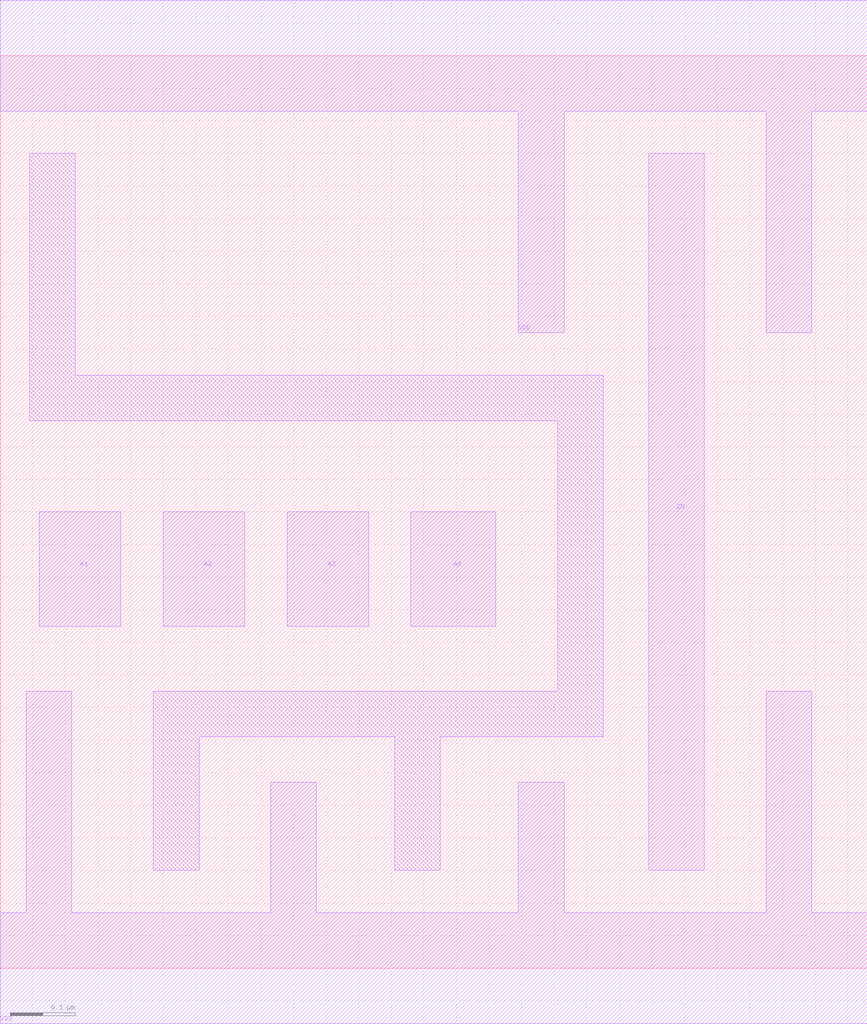
<source format=lef>
# 
# ******************************************************************************
# *                                                                            *
# *                   Copyright (C) 2004-2010, Nangate Inc.                    *
# *                           All rights reserved.                             *
# *                                                                            *
# * Nangate and the Nangate logo are trademarks of Nangate Inc.                *
# *                                                                            *
# * All trademarks, logos, software marks, and trade names (collectively the   *
# * "Marks") in this program are proprietary to Nangate or other respective    *
# * owners that have granted Nangate the right and license to use such Marks.  *
# * You are not permitted to use the Marks without the prior written consent   *
# * of Nangate or such third party that may own the Marks.                     *
# *                                                                            *
# * This file has been provided pursuant to a License Agreement containing     *
# * restrictions on its use. This file contains valuable trade secrets and     *
# * proprietary information of Nangate Inc., and is protected by U.S. and      *
# * international laws and/or treaties.                                        *
# *                                                                            *
# * The copyright notice(s) in this file does not indicate actual or intended  *
# * publication of this file.                                                  *
# *                                                                            *
# *     NGLibraryCreator, v2010.08-HR32-SP3-2010-08-05 - build 1009061800      *
# *                                                                            *
# ******************************************************************************
# 
# 
# Running on brazil06.nangate.com.br for user Giancarlo Franciscatto (gfr).
# Local time is now Fri, 3 Dec 2010, 19:32:18.
# Main process id is 27821.

VERSION 5.6 ;
BUSBITCHARS "[]" ;
DIVIDERCHAR "/" ;

MACRO OR4_X2
  CLASS core ;
  FOREIGN OR4_X2 0.0 0.0 ;
  ORIGIN 0 0 ;
  SYMMETRY X Y ;
  SITE FreePDK45_38x28_10R_NP_162NW_34O ;
  SIZE 1.33 BY 1.4 ;
  PIN A1
    DIRECTION INPUT ;
    ANTENNAPARTIALMETALAREA 0.021875 LAYER metal1 ;
    ANTENNAPARTIALMETALSIDEAREA 0.078 LAYER metal1 ;
    ANTENNAGATEAREA 0.05225 ;
    PORT
      LAYER metal1 ;
        POLYGON 0.06 0.525 0.185 0.525 0.185 0.7 0.06 0.7  ;
    END
  END A1
  PIN A2
    DIRECTION INPUT ;
    ANTENNAPARTIALMETALAREA 0.021875 LAYER metal1 ;
    ANTENNAPARTIALMETALSIDEAREA 0.078 LAYER metal1 ;
    ANTENNAGATEAREA 0.05225 ;
    PORT
      LAYER metal1 ;
        POLYGON 0.25 0.525 0.375 0.525 0.375 0.7 0.25 0.7  ;
    END
  END A2
  PIN A3
    DIRECTION INPUT ;
    ANTENNAPARTIALMETALAREA 0.021875 LAYER metal1 ;
    ANTENNAPARTIALMETALSIDEAREA 0.078 LAYER metal1 ;
    ANTENNAGATEAREA 0.05225 ;
    PORT
      LAYER metal1 ;
        POLYGON 0.44 0.525 0.565 0.525 0.565 0.7 0.44 0.7  ;
    END
  END A3
  PIN A4
    DIRECTION INPUT ;
    ANTENNAPARTIALMETALAREA 0.02275 LAYER metal1 ;
    ANTENNAPARTIALMETALSIDEAREA 0.0793 LAYER metal1 ;
    ANTENNAGATEAREA 0.05225 ;
    PORT
      LAYER metal1 ;
        POLYGON 0.63 0.525 0.76 0.525 0.76 0.7 0.63 0.7  ;
    END
  END A4
  PIN ZN
    DIRECTION OUTPUT ;
    ANTENNAPARTIALMETALAREA 0.0935 LAYER metal1 ;
    ANTENNAPARTIALMETALSIDEAREA 0.3081 LAYER metal1 ;
    ANTENNADIFFAREA 0.1463 ;
    PORT
      LAYER metal1 ;
        POLYGON 0.995 0.15 1.08 0.15 1.08 1.25 0.995 1.25  ;
    END
  END ZN
  PIN VDD
    DIRECTION INOUT ;
    USE power ;
    SHAPE ABUTMENT ;
    PORT
      LAYER metal1 ;
        POLYGON 0 1.315 0.795 1.315 0.795 0.975 0.865 0.975 0.865 1.315 0.925 1.315 1.175 1.315 1.175 0.975 1.245 0.975 1.245 1.315 1.33 1.315 1.33 1.485 0.925 1.485 0 1.485  ;
    END
  END VDD
  PIN VSS
    DIRECTION INOUT ;
    USE ground ;
    SHAPE ABUTMENT ;
    PORT
      LAYER metal1 ;
        POLYGON 0 -0.085 1.33 -0.085 1.33 0.085 1.245 0.085 1.245 0.425 1.175 0.425 1.175 0.085 0.865 0.085 0.865 0.285 0.795 0.285 0.795 0.085 0.485 0.085 0.485 0.285 0.415 0.285 0.415 0.085 0.11 0.085 0.11 0.425 0.04 0.425 0.04 0.085 0 0.085  ;
    END
  END VSS
  OBS
      LAYER metal1 ;
        POLYGON 0.045 0.84 0.855 0.84 0.855 0.425 0.235 0.425 0.235 0.15 0.305 0.15 0.305 0.355 0.605 0.355 0.605 0.15 0.675 0.15 0.675 0.355 0.925 0.355 0.925 0.91 0.115 0.91 0.115 1.25 0.045 1.25  ;
  END
END OR4_X2

END LIBRARY
#
# End of file
#

</source>
